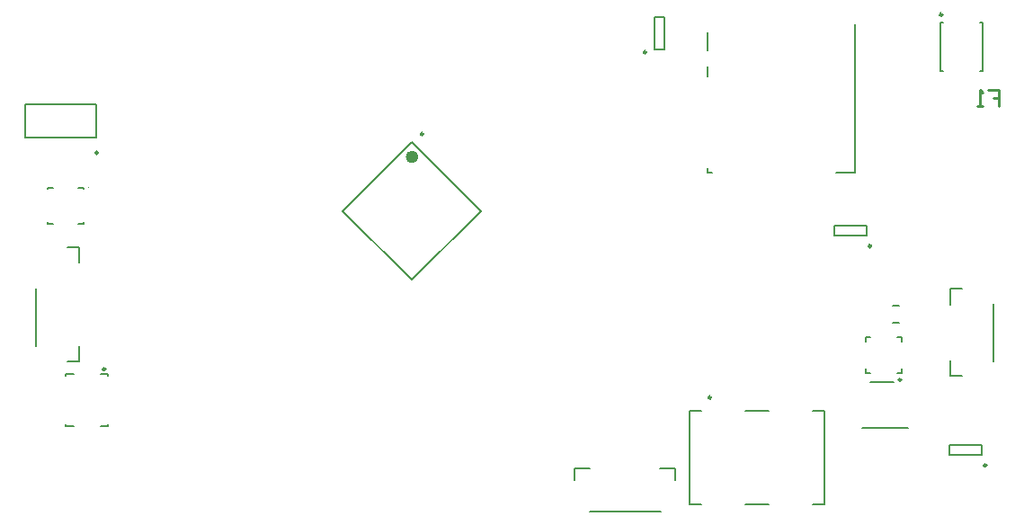
<source format=gbo>
G04 Layer_Color=32896*
%FSLAX44Y44*%
%MOMM*%
G71*
G01*
G75*
%ADD10C,0.1270*%
%ADD40C,0.2500*%
%ADD44C,0.6000*%
%ADD46C,0.2000*%
%ADD87C,0.1000*%
%ADD162C,0.2540*%
D10*
X169220Y50115D02*
Y66615D01*
Y25115D02*
Y34615D01*
X307720Y-65385D02*
Y74615D01*
X290220Y-65385D02*
X307720D01*
X169220D02*
Y-60885D01*
Y-65385D02*
X172720D01*
D40*
X390035Y83395D02*
G03*
X390035Y83395I-1250J0D01*
G01*
X172300Y-277200D02*
G03*
X172300Y-277200I-1250J0D01*
G01*
X323000Y-134500D02*
G03*
X323000Y-134500I-1250J0D01*
G01*
X-398250Y-250500D02*
G03*
X-398250Y-250500I-1250J0D01*
G01*
X351250Y-260500D02*
G03*
X351250Y-260500I-1250J0D01*
G01*
X-98704Y-29021D02*
G03*
X-98704Y-29021I-1250J0D01*
G01*
X-405250Y-46750D02*
G03*
X-405250Y-46750I-1250J0D01*
G01*
X111245Y48006D02*
G03*
X111245Y48006I-1250J0D01*
G01*
X431493Y-341004D02*
G03*
X431493Y-341004I-1250J0D01*
G01*
D44*
X-106500Y-50588D02*
G03*
X-106500Y-50588I-3000J0D01*
G01*
D46*
X388000Y30000D02*
Y76000D01*
X428000Y30000D02*
Y76000D01*
X388000D02*
X390285D01*
X388000Y30000D02*
X390285D01*
X425715Y76000D02*
X428000D01*
X425715Y30000D02*
X428000D01*
X124000Y-344000D02*
X138500D01*
Y-355000D02*
Y-344000D01*
X58000Y-384500D02*
X124500Y-384500D01*
X43500Y-344000D02*
X58000D01*
X43500Y-355000D02*
Y-344000D01*
X152000Y-377569D02*
X163240D01*
X204260Y-289431D02*
X226740D01*
X152000Y-377569D02*
Y-289431D01*
X279000Y-377569D02*
Y-289431D01*
X267760Y-377569D02*
X279000D01*
X267760Y-289431D02*
X279000D01*
X152000D02*
X163240D01*
X204260Y-377569D02*
X226740D01*
X288500Y-115500D02*
X318500D01*
X288500Y-124500D02*
X318500D01*
X288500D02*
Y-115500D01*
X318500Y-124500D02*
Y-115500D01*
X438000Y-243500D02*
Y-189000D01*
X397500Y-175000D02*
X408500D01*
X397500Y-189500D02*
Y-175000D01*
Y-257000D02*
Y-242500D01*
Y-257000D02*
X408500D01*
X-395750Y-256650D02*
Y-254650D01*
X-402750D02*
X-395750D01*
X-435250D02*
X-428250D01*
X-435250Y-256650D02*
Y-254650D01*
Y-304150D02*
Y-302150D01*
Y-304150D02*
X-428250D01*
X-395750D02*
Y-302150D01*
X-402750Y-304150D02*
X-395750D01*
X347250Y-254000D02*
X351500D01*
Y-249750D01*
Y-224250D02*
Y-220000D01*
X347250D02*
X351500D01*
X317500D02*
X321750D01*
X317500Y-224250D02*
Y-220000D01*
Y-254000D02*
X321750D01*
X317500D02*
Y-249750D01*
X343500Y-206500D02*
X349500D01*
X343500Y-190500D02*
X349500D01*
X322000Y-263000D02*
X344000D01*
X314500Y-306000D02*
X357500D01*
X-109500Y-36446D02*
X-44446Y-101500D01*
X-174554Y-101500D02*
X-109500Y-166554D01*
X-174554Y-101500D02*
X-109500Y-36446D01*
Y-166554D02*
X-44446Y-101500D01*
X-473500Y-32000D02*
X-406500D01*
X-473500Y-1000D02*
X-406500D01*
Y-32000D02*
Y-1000D01*
X-473500Y-32000D02*
Y-1000D01*
X-452500Y-79500D02*
X-447250D01*
X-452500Y-113500D02*
X-447250D01*
X-423750D02*
X-418500D01*
Y-81000D02*
Y-79500D01*
X-423750D02*
X-418500D01*
Y-113500D02*
Y-112000D01*
X-452500Y-113500D02*
Y-112000D01*
Y-81000D02*
Y-79500D01*
X127995Y51006D02*
Y81006D01*
X118995Y51006D02*
Y81006D01*
X127995D01*
X118995Y51006D02*
X127995D01*
X-434000Y-135500D02*
X-423000D01*
Y-150000D02*
Y-135500D01*
Y-243000D02*
Y-228500D01*
X-434000Y-243000D02*
X-423000D01*
X-463500Y-229000D02*
Y-174500D01*
X396993Y-322004D02*
X426993D01*
X396993Y-331004D02*
X426993D01*
X396993D02*
Y-322004D01*
X426993Y-331004D02*
Y-322004D01*
D87*
X-414000Y-79500D02*
G03*
X-414000Y-79500I-500J0D01*
G01*
D162*
X432843Y12735D02*
X443000D01*
Y5117D01*
X437922D01*
X443000D01*
Y-2500D01*
X427765D02*
X422687D01*
X425226D01*
Y12735D01*
X427765Y10196D01*
M02*

</source>
